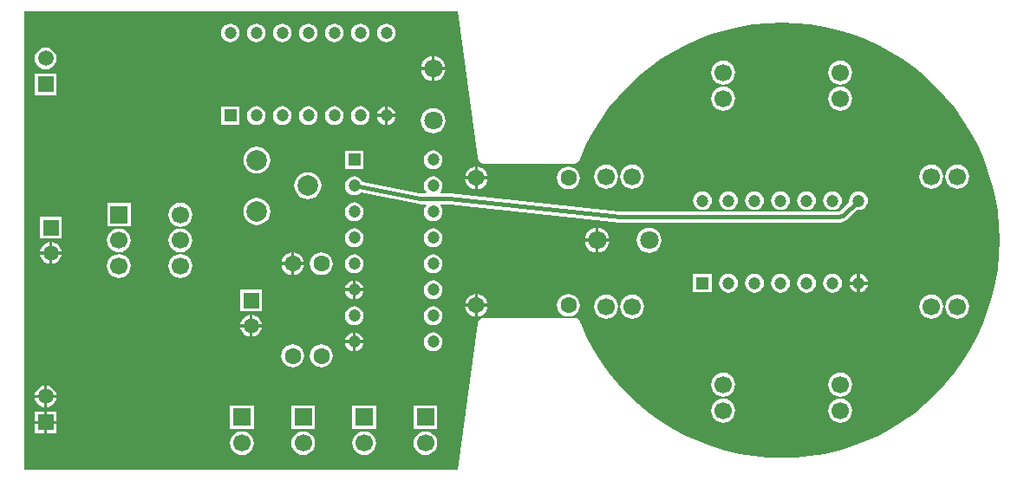
<source format=gbl>
G04*
G04 #@! TF.GenerationSoftware,Altium Limited,Altium Designer,20.2.8 (258)*
G04*
G04 Layer_Physical_Order=2*
G04 Layer_Color=16711680*
%FSLAX25Y25*%
%MOIN*%
G70*
G04*
G04 #@! TF.SameCoordinates,5E7CCD21-07A0-4AA7-BB04-5DF435F4F0B1*
G04*
G04*
G04 #@! TF.FilePolarity,Positive*
G04*
G01*
G75*
%ADD30C,0.01800*%
%ADD31C,0.04724*%
%ADD32C,0.06299*%
%ADD33C,0.06693*%
%ADD34R,0.06693X0.06693*%
%ADD35R,0.05906X0.05906*%
%ADD36C,0.05906*%
%ADD37C,0.07874*%
%ADD38R,0.04724X0.04724*%
%ADD39R,0.04724X0.04724*%
%ADD40C,0.07087*%
G36*
X176182Y121749D02*
X176229Y121615D01*
X176165Y121293D01*
X176304Y120591D01*
X176702Y119996D01*
X177298Y119598D01*
X178000Y119458D01*
X213516D01*
X214218Y119598D01*
X214814Y119996D01*
X215212Y120591D01*
X215324Y121157D01*
X215655Y122037D01*
X217916Y127027D01*
X220499Y131859D01*
X223392Y136511D01*
X226583Y140964D01*
X230058Y145199D01*
X233803Y149197D01*
X237801Y152942D01*
X242036Y156417D01*
X246489Y159608D01*
X251141Y162501D01*
X255973Y165084D01*
X260963Y167345D01*
X266090Y169274D01*
X271332Y170865D01*
X276668Y172109D01*
X282073Y173001D01*
X287525Y173538D01*
X293000Y173717D01*
X298475Y173538D01*
X303927Y173001D01*
X309332Y172109D01*
X314668Y170865D01*
X319910Y169274D01*
X325037Y167345D01*
X330027Y165084D01*
X334859Y162501D01*
X339511Y159608D01*
X343964Y156417D01*
X348199Y152942D01*
X352197Y149197D01*
X355942Y145199D01*
X359417Y140964D01*
X362608Y136511D01*
X365501Y131859D01*
X368084Y127027D01*
X370345Y122037D01*
X372274Y116910D01*
X373865Y111668D01*
X375109Y106332D01*
X376001Y100927D01*
X376538Y95475D01*
X376717Y90000D01*
X376538Y84525D01*
X376001Y79073D01*
X375109Y73668D01*
X373865Y68332D01*
X372274Y63090D01*
X370345Y57963D01*
X368084Y52973D01*
X365501Y48141D01*
X362608Y43489D01*
X359417Y39036D01*
X355942Y34801D01*
X352197Y30803D01*
X348199Y27058D01*
X343964Y23583D01*
X339511Y20392D01*
X334859Y17499D01*
X330027Y14916D01*
X325037Y12655D01*
X319910Y10726D01*
X314668Y9135D01*
X309332Y7891D01*
X303927Y6999D01*
X298475Y6462D01*
X293000Y6283D01*
X287525Y6462D01*
X282073Y6999D01*
X276668Y7891D01*
X271332Y9135D01*
X266090Y10726D01*
X260963Y12655D01*
X255973Y14916D01*
X251141Y17499D01*
X246489Y20392D01*
X242036Y23583D01*
X237801Y27058D01*
X233803Y30803D01*
X230058Y34801D01*
X226583Y39036D01*
X223392Y43489D01*
X220499Y48141D01*
X217916Y52973D01*
X215655Y57963D01*
X215505Y58361D01*
X215383Y58977D01*
X214985Y59573D01*
X214389Y59970D01*
X213687Y60110D01*
X178000D01*
X177298Y59970D01*
X176702Y59573D01*
X176304Y58977D01*
X176165Y58275D01*
X176177Y58214D01*
X168401Y1835D01*
X1835D01*
Y178165D01*
X168401D01*
X176182Y121749D01*
D02*
G37*
%LPC*%
G36*
X141000Y173331D02*
X140070Y173209D01*
X139204Y172850D01*
X138459Y172279D01*
X137888Y171535D01*
X137530Y170668D01*
X137407Y169739D01*
X137530Y168809D01*
X137888Y167942D01*
X138459Y167198D01*
X139204Y166627D01*
X140070Y166268D01*
X141000Y166146D01*
X141930Y166268D01*
X142797Y166627D01*
X143541Y167198D01*
X144112Y167942D01*
X144471Y168809D01*
X144593Y169739D01*
X144471Y170668D01*
X144112Y171535D01*
X143541Y172279D01*
X142797Y172850D01*
X141930Y173209D01*
X141000Y173331D01*
D02*
G37*
G36*
X131000D02*
X130070Y173209D01*
X129203Y172850D01*
X128459Y172279D01*
X127888Y171535D01*
X127530Y170668D01*
X127407Y169739D01*
X127530Y168809D01*
X127888Y167942D01*
X128459Y167198D01*
X129203Y166627D01*
X130070Y166268D01*
X131000Y166146D01*
X131930Y166268D01*
X132797Y166627D01*
X133541Y167198D01*
X134112Y167942D01*
X134470Y168809D01*
X134593Y169739D01*
X134470Y170668D01*
X134112Y171535D01*
X133541Y172279D01*
X132797Y172850D01*
X131930Y173209D01*
X131000Y173331D01*
D02*
G37*
G36*
X121000D02*
X120070Y173209D01*
X119203Y172850D01*
X118459Y172279D01*
X117888Y171535D01*
X117529Y170668D01*
X117407Y169739D01*
X117529Y168809D01*
X117888Y167942D01*
X118459Y167198D01*
X119203Y166627D01*
X120070Y166268D01*
X121000Y166146D01*
X121930Y166268D01*
X122796Y166627D01*
X123541Y167198D01*
X124112Y167942D01*
X124470Y168809D01*
X124593Y169739D01*
X124470Y170668D01*
X124112Y171535D01*
X123541Y172279D01*
X122796Y172850D01*
X121930Y173209D01*
X121000Y173331D01*
D02*
G37*
G36*
X111000D02*
X110070Y173209D01*
X109204Y172850D01*
X108459Y172279D01*
X107888Y171535D01*
X107529Y170668D01*
X107407Y169739D01*
X107529Y168809D01*
X107888Y167942D01*
X108459Y167198D01*
X109204Y166627D01*
X110070Y166268D01*
X111000Y166146D01*
X111930Y166268D01*
X112796Y166627D01*
X113541Y167198D01*
X114112Y167942D01*
X114471Y168809D01*
X114593Y169739D01*
X114471Y170668D01*
X114112Y171535D01*
X113541Y172279D01*
X112796Y172850D01*
X111930Y173209D01*
X111000Y173331D01*
D02*
G37*
G36*
X101000D02*
X100070Y173209D01*
X99203Y172850D01*
X98459Y172279D01*
X97888Y171535D01*
X97530Y170668D01*
X97407Y169739D01*
X97530Y168809D01*
X97888Y167942D01*
X98459Y167198D01*
X99203Y166627D01*
X100070Y166268D01*
X101000Y166146D01*
X101930Y166268D01*
X102796Y166627D01*
X103541Y167198D01*
X104112Y167942D01*
X104471Y168809D01*
X104593Y169739D01*
X104471Y170668D01*
X104112Y171535D01*
X103541Y172279D01*
X102796Y172850D01*
X101930Y173209D01*
X101000Y173331D01*
D02*
G37*
G36*
X91000D02*
X90070Y173209D01*
X89204Y172850D01*
X88459Y172279D01*
X87888Y171535D01*
X87529Y170668D01*
X87407Y169739D01*
X87529Y168809D01*
X87888Y167942D01*
X88459Y167198D01*
X89204Y166627D01*
X90070Y166268D01*
X91000Y166146D01*
X91930Y166268D01*
X92796Y166627D01*
X93541Y167198D01*
X94112Y167942D01*
X94471Y168809D01*
X94593Y169739D01*
X94471Y170668D01*
X94112Y171535D01*
X93541Y172279D01*
X92796Y172850D01*
X91930Y173209D01*
X91000Y173331D01*
D02*
G37*
G36*
X81000D02*
X80070Y173209D01*
X79203Y172850D01*
X78459Y172279D01*
X77888Y171535D01*
X77530Y170668D01*
X77407Y169739D01*
X77530Y168809D01*
X77888Y167942D01*
X78459Y167198D01*
X79203Y166627D01*
X80070Y166268D01*
X81000Y166146D01*
X81930Y166268D01*
X82797Y166627D01*
X83541Y167198D01*
X84112Y167942D01*
X84470Y168809D01*
X84593Y169739D01*
X84470Y170668D01*
X84112Y171535D01*
X83541Y172279D01*
X82797Y172850D01*
X81930Y173209D01*
X81000Y173331D01*
D02*
G37*
G36*
X159600Y160705D02*
Y156600D01*
X163705D01*
X163621Y157238D01*
X163143Y158392D01*
X162383Y159383D01*
X161392Y160143D01*
X160238Y160621D01*
X159600Y160705D01*
D02*
G37*
G36*
X158400D02*
X157762Y160621D01*
X156608Y160143D01*
X155617Y159383D01*
X154857Y158392D01*
X154379Y157238D01*
X154295Y156600D01*
X158400D01*
Y160705D01*
D02*
G37*
G36*
X9971Y164151D02*
X8887Y164008D01*
X7877Y163590D01*
X7009Y162924D01*
X6343Y162057D01*
X5925Y161046D01*
X5782Y159962D01*
X5925Y158878D01*
X6343Y157868D01*
X7009Y157000D01*
X7877Y156335D01*
X8887Y155916D01*
X9971Y155774D01*
X11055Y155916D01*
X12065Y156335D01*
X12933Y157000D01*
X13598Y157868D01*
X14017Y158878D01*
X14159Y159962D01*
X14017Y161046D01*
X13598Y162057D01*
X12933Y162924D01*
X12065Y163590D01*
X11055Y164008D01*
X9971Y164151D01*
D02*
G37*
G36*
X163705Y155400D02*
X159600D01*
Y151295D01*
X160238Y151379D01*
X161392Y151857D01*
X162383Y152617D01*
X163143Y153608D01*
X163621Y154762D01*
X163705Y155400D01*
D02*
G37*
G36*
X158400D02*
X154295D01*
X154379Y154762D01*
X154857Y153608D01*
X155617Y152617D01*
X156608Y151857D01*
X157762Y151379D01*
X158400Y151295D01*
Y155400D01*
D02*
G37*
G36*
X315500Y159086D02*
X314313Y158929D01*
X313207Y158471D01*
X312257Y157743D01*
X311529Y156793D01*
X311071Y155687D01*
X310914Y154500D01*
X311071Y153313D01*
X311529Y152207D01*
X312257Y151257D01*
X313207Y150529D01*
X314313Y150071D01*
X315500Y149914D01*
X316687Y150071D01*
X317793Y150529D01*
X318743Y151257D01*
X319471Y152207D01*
X319929Y153313D01*
X320086Y154500D01*
X319929Y155687D01*
X319471Y156793D01*
X318743Y157743D01*
X317793Y158471D01*
X316687Y158929D01*
X315500Y159086D01*
D02*
G37*
G36*
X270500D02*
X269313Y158929D01*
X268207Y158471D01*
X267257Y157743D01*
X266529Y156793D01*
X266071Y155687D01*
X265914Y154500D01*
X266071Y153313D01*
X266529Y152207D01*
X267257Y151257D01*
X268207Y150529D01*
X269313Y150071D01*
X270500Y149914D01*
X271687Y150071D01*
X272793Y150529D01*
X273743Y151257D01*
X274471Y152207D01*
X274929Y153313D01*
X275086Y154500D01*
X274929Y155687D01*
X274471Y156793D01*
X273743Y157743D01*
X272793Y158471D01*
X271687Y158929D01*
X270500Y159086D01*
D02*
G37*
G36*
X14124Y154115D02*
X5818D01*
Y145809D01*
X14124D01*
Y154115D01*
D02*
G37*
G36*
X315500Y149086D02*
X314313Y148929D01*
X313207Y148471D01*
X312257Y147743D01*
X311529Y146793D01*
X311071Y145687D01*
X310914Y144500D01*
X311071Y143313D01*
X311529Y142207D01*
X312257Y141257D01*
X313207Y140529D01*
X314313Y140071D01*
X315500Y139914D01*
X316687Y140071D01*
X317793Y140529D01*
X318743Y141257D01*
X319471Y142207D01*
X319929Y143313D01*
X320086Y144500D01*
X319929Y145687D01*
X319471Y146793D01*
X318743Y147743D01*
X317793Y148471D01*
X316687Y148929D01*
X315500Y149086D01*
D02*
G37*
G36*
X270500D02*
X269313Y148929D01*
X268207Y148471D01*
X267257Y147743D01*
X266529Y146793D01*
X266071Y145687D01*
X265914Y144500D01*
X266071Y143313D01*
X266529Y142207D01*
X267257Y141257D01*
X268207Y140529D01*
X269313Y140071D01*
X270500Y139914D01*
X271687Y140071D01*
X272793Y140529D01*
X273743Y141257D01*
X274471Y142207D01*
X274929Y143313D01*
X275086Y144500D01*
X274929Y145687D01*
X274471Y146793D01*
X273743Y147743D01*
X272793Y148471D01*
X271687Y148929D01*
X270500Y149086D01*
D02*
G37*
G36*
X141600Y141514D02*
Y138600D01*
X144514D01*
X144471Y138930D01*
X144112Y139796D01*
X143541Y140541D01*
X142797Y141112D01*
X141930Y141471D01*
X141600Y141514D01*
D02*
G37*
G36*
X140400D02*
X140070Y141471D01*
X139204Y141112D01*
X138459Y140541D01*
X137888Y139796D01*
X137530Y138930D01*
X137486Y138600D01*
X140400D01*
Y141514D01*
D02*
G37*
G36*
X144514Y137400D02*
X141600D01*
Y134486D01*
X141930Y134529D01*
X142797Y134888D01*
X143541Y135459D01*
X144112Y136204D01*
X144471Y137070D01*
X144514Y137400D01*
D02*
G37*
G36*
X140400D02*
X137486D01*
X137530Y137070D01*
X137888Y136204D01*
X138459Y135459D01*
X139204Y134888D01*
X140070Y134529D01*
X140400Y134486D01*
Y137400D01*
D02*
G37*
G36*
X84562Y141562D02*
X77438D01*
Y134438D01*
X84562D01*
Y141562D01*
D02*
G37*
G36*
X131000Y141593D02*
X130070Y141471D01*
X129203Y141112D01*
X128459Y140541D01*
X127888Y139796D01*
X127530Y138930D01*
X127407Y138000D01*
X127530Y137070D01*
X127888Y136204D01*
X128459Y135459D01*
X129203Y134888D01*
X130070Y134529D01*
X131000Y134407D01*
X131930Y134529D01*
X132797Y134888D01*
X133541Y135459D01*
X134112Y136204D01*
X134470Y137070D01*
X134593Y138000D01*
X134470Y138930D01*
X134112Y139796D01*
X133541Y140541D01*
X132797Y141112D01*
X131930Y141471D01*
X131000Y141593D01*
D02*
G37*
G36*
X121000D02*
X120070Y141471D01*
X119203Y141112D01*
X118459Y140541D01*
X117888Y139796D01*
X117529Y138930D01*
X117407Y138000D01*
X117529Y137070D01*
X117888Y136204D01*
X118459Y135459D01*
X119203Y134888D01*
X120070Y134529D01*
X121000Y134407D01*
X121930Y134529D01*
X122796Y134888D01*
X123541Y135459D01*
X124112Y136204D01*
X124470Y137070D01*
X124593Y138000D01*
X124470Y138930D01*
X124112Y139796D01*
X123541Y140541D01*
X122796Y141112D01*
X121930Y141471D01*
X121000Y141593D01*
D02*
G37*
G36*
X111000D02*
X110070Y141471D01*
X109204Y141112D01*
X108459Y140541D01*
X107888Y139796D01*
X107529Y138930D01*
X107407Y138000D01*
X107529Y137070D01*
X107888Y136204D01*
X108459Y135459D01*
X109204Y134888D01*
X110070Y134529D01*
X111000Y134407D01*
X111930Y134529D01*
X112796Y134888D01*
X113541Y135459D01*
X114112Y136204D01*
X114471Y137070D01*
X114593Y138000D01*
X114471Y138930D01*
X114112Y139796D01*
X113541Y140541D01*
X112796Y141112D01*
X111930Y141471D01*
X111000Y141593D01*
D02*
G37*
G36*
X101000D02*
X100070Y141471D01*
X99203Y141112D01*
X98459Y140541D01*
X97888Y139796D01*
X97530Y138930D01*
X97407Y138000D01*
X97530Y137070D01*
X97888Y136204D01*
X98459Y135459D01*
X99203Y134888D01*
X100070Y134529D01*
X101000Y134407D01*
X101930Y134529D01*
X102796Y134888D01*
X103541Y135459D01*
X104112Y136204D01*
X104471Y137070D01*
X104593Y138000D01*
X104471Y138930D01*
X104112Y139796D01*
X103541Y140541D01*
X102796Y141112D01*
X101930Y141471D01*
X101000Y141593D01*
D02*
G37*
G36*
X91000D02*
X90070Y141471D01*
X89204Y141112D01*
X88459Y140541D01*
X87888Y139796D01*
X87529Y138930D01*
X87407Y138000D01*
X87529Y137070D01*
X87888Y136204D01*
X88459Y135459D01*
X89204Y134888D01*
X90070Y134529D01*
X91000Y134407D01*
X91930Y134529D01*
X92796Y134888D01*
X93541Y135459D01*
X94112Y136204D01*
X94471Y137070D01*
X94593Y138000D01*
X94471Y138930D01*
X94112Y139796D01*
X93541Y140541D01*
X92796Y141112D01*
X91930Y141471D01*
X91000Y141593D01*
D02*
G37*
G36*
X159000Y140784D02*
X157762Y140621D01*
X156608Y140143D01*
X155617Y139383D01*
X154857Y138392D01*
X154379Y137238D01*
X154216Y136000D01*
X154379Y134762D01*
X154857Y133608D01*
X155617Y132617D01*
X156608Y131857D01*
X157762Y131379D01*
X159000Y131216D01*
X160238Y131379D01*
X161392Y131857D01*
X162383Y132617D01*
X163143Y133608D01*
X163621Y134762D01*
X163784Y136000D01*
X163621Y137238D01*
X163143Y138392D01*
X162383Y139383D01*
X161392Y140143D01*
X160238Y140621D01*
X159000Y140784D01*
D02*
G37*
G36*
X132192Y124562D02*
X125068D01*
Y117438D01*
X132192D01*
Y124562D01*
D02*
G37*
G36*
X159000Y124593D02*
X158070Y124470D01*
X157203Y124112D01*
X156459Y123541D01*
X155888Y122796D01*
X155529Y121930D01*
X155407Y121000D01*
X155529Y120070D01*
X155888Y119203D01*
X156459Y118459D01*
X157203Y117888D01*
X158070Y117529D01*
X159000Y117407D01*
X159930Y117529D01*
X160796Y117888D01*
X161541Y118459D01*
X162112Y119203D01*
X162470Y120070D01*
X162593Y121000D01*
X162470Y121930D01*
X162112Y122796D01*
X161541Y123541D01*
X160796Y124112D01*
X159930Y124470D01*
X159000Y124593D01*
D02*
G37*
G36*
X91200Y126081D02*
X89859Y125905D01*
X88609Y125387D01*
X87536Y124564D01*
X86713Y123491D01*
X86195Y122241D01*
X86019Y120900D01*
X86195Y119559D01*
X86713Y118309D01*
X87536Y117236D01*
X88609Y116413D01*
X89859Y115895D01*
X91200Y115719D01*
X92541Y115895D01*
X93791Y116413D01*
X94864Y117236D01*
X95687Y118309D01*
X96205Y119559D01*
X96381Y120900D01*
X96205Y122241D01*
X95687Y123491D01*
X94864Y124564D01*
X93791Y125387D01*
X92541Y125905D01*
X91200Y126081D01*
D02*
G37*
G36*
X176167Y118308D02*
Y114600D01*
X179875D01*
X179805Y115136D01*
X179366Y116194D01*
X178669Y117102D01*
X177761Y117799D01*
X176702Y118238D01*
X176167Y118308D01*
D02*
G37*
G36*
X174967D02*
X174431Y118238D01*
X173373Y117799D01*
X172465Y117102D01*
X171768Y116194D01*
X171329Y115136D01*
X171259Y114600D01*
X174967D01*
Y118308D01*
D02*
G37*
G36*
X360500Y119086D02*
X359313Y118929D01*
X358207Y118471D01*
X357257Y117743D01*
X356529Y116793D01*
X356071Y115687D01*
X355914Y114500D01*
X356071Y113313D01*
X356529Y112207D01*
X357257Y111257D01*
X358207Y110529D01*
X359313Y110071D01*
X360500Y109914D01*
X361687Y110071D01*
X362793Y110529D01*
X363743Y111257D01*
X364471Y112207D01*
X364929Y113313D01*
X365086Y114500D01*
X364929Y115687D01*
X364471Y116793D01*
X363743Y117743D01*
X362793Y118471D01*
X361687Y118929D01*
X360500Y119086D01*
D02*
G37*
G36*
X350500D02*
X349313Y118929D01*
X348207Y118471D01*
X347257Y117743D01*
X346529Y116793D01*
X346071Y115687D01*
X345914Y114500D01*
X346071Y113313D01*
X346529Y112207D01*
X347257Y111257D01*
X348207Y110529D01*
X349313Y110071D01*
X350500Y109914D01*
X351687Y110071D01*
X352793Y110529D01*
X353743Y111257D01*
X354471Y112207D01*
X354929Y113313D01*
X355086Y114500D01*
X354929Y115687D01*
X354471Y116793D01*
X353743Y117743D01*
X352793Y118471D01*
X351687Y118929D01*
X350500Y119086D01*
D02*
G37*
G36*
X235500D02*
X234313Y118929D01*
X233207Y118471D01*
X232257Y117743D01*
X231529Y116793D01*
X231071Y115687D01*
X230914Y114500D01*
X231071Y113313D01*
X231529Y112207D01*
X232257Y111257D01*
X233207Y110529D01*
X234313Y110071D01*
X235500Y109914D01*
X236687Y110071D01*
X237793Y110529D01*
X238743Y111257D01*
X239471Y112207D01*
X239929Y113313D01*
X240086Y114500D01*
X239929Y115687D01*
X239471Y116793D01*
X238743Y117743D01*
X237793Y118471D01*
X236687Y118929D01*
X235500Y119086D01*
D02*
G37*
G36*
X225500D02*
X224313Y118929D01*
X223207Y118471D01*
X222257Y117743D01*
X221529Y116793D01*
X221071Y115687D01*
X220914Y114500D01*
X221071Y113313D01*
X221529Y112207D01*
X222257Y111257D01*
X223207Y110529D01*
X224313Y110071D01*
X225500Y109914D01*
X226687Y110071D01*
X227793Y110529D01*
X228743Y111257D01*
X229471Y112207D01*
X229929Y113313D01*
X230086Y114500D01*
X229929Y115687D01*
X229471Y116793D01*
X228743Y117743D01*
X227793Y118471D01*
X226687Y118929D01*
X225500Y119086D01*
D02*
G37*
G36*
X179875Y113400D02*
X176167D01*
Y109692D01*
X176702Y109762D01*
X177761Y110201D01*
X178669Y110898D01*
X179366Y111806D01*
X179805Y112864D01*
X179875Y113400D01*
D02*
G37*
G36*
X174967D02*
X171259D01*
X171329Y112864D01*
X171768Y111806D01*
X172465Y110898D01*
X173373Y110201D01*
X174431Y109762D01*
X174967Y109692D01*
Y113400D01*
D02*
G37*
G36*
X211000Y118387D02*
X209864Y118238D01*
X208806Y117799D01*
X207898Y117102D01*
X207201Y116194D01*
X206762Y115136D01*
X206613Y114000D01*
X206762Y112864D01*
X207201Y111806D01*
X207898Y110898D01*
X208806Y110201D01*
X209864Y109762D01*
X211000Y109613D01*
X212136Y109762D01*
X213194Y110201D01*
X214102Y110898D01*
X214799Y111806D01*
X215238Y112864D01*
X215387Y114000D01*
X215238Y115136D01*
X214799Y116194D01*
X214102Y117102D01*
X213194Y117799D01*
X212136Y118238D01*
X211000Y118387D01*
D02*
G37*
G36*
X159000Y114593D02*
X158070Y114471D01*
X157203Y114112D01*
X156459Y113541D01*
X155888Y112796D01*
X155529Y111930D01*
X155407Y111000D01*
X155529Y110070D01*
X155888Y109204D01*
X156320Y108641D01*
X156087Y108141D01*
X154718D01*
X154244Y108150D01*
X154176Y108179D01*
X153701Y108241D01*
X131844Y112549D01*
X131741Y112796D01*
X131170Y113541D01*
X130426Y114112D01*
X129560Y114471D01*
X128630Y114593D01*
X127700Y114471D01*
X126833Y114112D01*
X126089Y113541D01*
X125518Y112796D01*
X125159Y111930D01*
X125037Y111000D01*
X125159Y110070D01*
X125518Y109204D01*
X126089Y108459D01*
X126833Y107888D01*
X127700Y107529D01*
X128630Y107407D01*
X129560Y107529D01*
X130426Y107888D01*
X131023Y108346D01*
X153414Y103933D01*
X153664Y103934D01*
X154064Y103881D01*
X154176Y103859D01*
X156087D01*
X156320Y103359D01*
X155888Y102796D01*
X155529Y101930D01*
X155407Y101000D01*
X155529Y100070D01*
X155888Y99203D01*
X156459Y98459D01*
X157203Y97888D01*
X158070Y97530D01*
X159000Y97407D01*
X159930Y97530D01*
X160796Y97888D01*
X161541Y98459D01*
X162112Y99203D01*
X162470Y100070D01*
X162593Y101000D01*
X162470Y101930D01*
X162112Y102796D01*
X161680Y103359D01*
X161913Y103859D01*
X164378D01*
X164866Y103837D01*
X164905Y103821D01*
X165398Y103805D01*
X230679Y96881D01*
X230860Y96897D01*
X230984Y96881D01*
X231095Y96859D01*
X315276D01*
X315387Y96881D01*
X316294Y97000D01*
X317243Y97393D01*
X317837Y97849D01*
X318005Y97957D01*
X321927Y101721D01*
X322500Y101646D01*
X323430Y101768D01*
X324296Y102127D01*
X325041Y102698D01*
X325612Y103442D01*
X325971Y104309D01*
X326093Y105239D01*
X325971Y106168D01*
X325612Y107035D01*
X325041Y107779D01*
X324296Y108350D01*
X323430Y108709D01*
X322500Y108832D01*
X321570Y108709D01*
X320704Y108350D01*
X319959Y107779D01*
X319388Y107035D01*
X319029Y106168D01*
X318907Y105239D01*
X318963Y104812D01*
X315139Y101141D01*
X231622D01*
X231133Y101163D01*
X231095Y101179D01*
X230602Y101195D01*
X165323Y108119D01*
X165142Y108103D01*
X165016Y108119D01*
X164905Y108141D01*
X161913D01*
X161680Y108641D01*
X162112Y109204D01*
X162470Y110070D01*
X162593Y111000D01*
X162470Y111930D01*
X162112Y112796D01*
X161541Y113541D01*
X160796Y114112D01*
X159930Y114471D01*
X159000Y114593D01*
D02*
G37*
G36*
X110800Y116181D02*
X109459Y116005D01*
X108209Y115487D01*
X107136Y114664D01*
X106313Y113591D01*
X105795Y112341D01*
X105619Y111000D01*
X105795Y109659D01*
X106313Y108409D01*
X107136Y107336D01*
X108209Y106513D01*
X109459Y105995D01*
X110800Y105819D01*
X112141Y105995D01*
X113391Y106513D01*
X114464Y107336D01*
X115287Y108409D01*
X115805Y109659D01*
X115981Y111000D01*
X115805Y112341D01*
X115287Y113591D01*
X114464Y114664D01*
X113391Y115487D01*
X112141Y116005D01*
X110800Y116181D01*
D02*
G37*
G36*
X312500Y108832D02*
X311570Y108709D01*
X310703Y108350D01*
X309959Y107779D01*
X309388Y107035D01*
X309030Y106168D01*
X308907Y105239D01*
X309030Y104309D01*
X309388Y103442D01*
X309959Y102698D01*
X310703Y102127D01*
X311570Y101768D01*
X312500Y101646D01*
X313430Y101768D01*
X314297Y102127D01*
X315041Y102698D01*
X315612Y103442D01*
X315970Y104309D01*
X316093Y105239D01*
X315970Y106168D01*
X315612Y107035D01*
X315041Y107779D01*
X314297Y108350D01*
X313430Y108709D01*
X312500Y108832D01*
D02*
G37*
G36*
X302500D02*
X301570Y108709D01*
X300704Y108350D01*
X299959Y107779D01*
X299388Y107035D01*
X299029Y106168D01*
X298907Y105239D01*
X299029Y104309D01*
X299388Y103442D01*
X299959Y102698D01*
X300704Y102127D01*
X301570Y101768D01*
X302500Y101646D01*
X303430Y101768D01*
X304296Y102127D01*
X305041Y102698D01*
X305612Y103442D01*
X305971Y104309D01*
X306093Y105239D01*
X305971Y106168D01*
X305612Y107035D01*
X305041Y107779D01*
X304296Y108350D01*
X303430Y108709D01*
X302500Y108832D01*
D02*
G37*
G36*
X292500D02*
X291570Y108709D01*
X290704Y108350D01*
X289959Y107779D01*
X289388Y107035D01*
X289030Y106168D01*
X288907Y105239D01*
X289030Y104309D01*
X289388Y103442D01*
X289959Y102698D01*
X290704Y102127D01*
X291570Y101768D01*
X292500Y101646D01*
X293430Y101768D01*
X294297Y102127D01*
X295041Y102698D01*
X295612Y103442D01*
X295971Y104309D01*
X296093Y105239D01*
X295971Y106168D01*
X295612Y107035D01*
X295041Y107779D01*
X294297Y108350D01*
X293430Y108709D01*
X292500Y108832D01*
D02*
G37*
G36*
X282500D02*
X281570Y108709D01*
X280703Y108350D01*
X279959Y107779D01*
X279388Y107035D01*
X279029Y106168D01*
X278907Y105239D01*
X279029Y104309D01*
X279388Y103442D01*
X279959Y102698D01*
X280703Y102127D01*
X281570Y101768D01*
X282500Y101646D01*
X283430Y101768D01*
X284296Y102127D01*
X285041Y102698D01*
X285612Y103442D01*
X285970Y104309D01*
X286093Y105239D01*
X285970Y106168D01*
X285612Y107035D01*
X285041Y107779D01*
X284296Y108350D01*
X283430Y108709D01*
X282500Y108832D01*
D02*
G37*
G36*
X272500D02*
X271570Y108709D01*
X270704Y108350D01*
X269959Y107779D01*
X269388Y107035D01*
X269029Y106168D01*
X268907Y105239D01*
X269029Y104309D01*
X269388Y103442D01*
X269959Y102698D01*
X270704Y102127D01*
X271570Y101768D01*
X272500Y101646D01*
X273430Y101768D01*
X274296Y102127D01*
X275041Y102698D01*
X275612Y103442D01*
X275971Y104309D01*
X276093Y105239D01*
X275971Y106168D01*
X275612Y107035D01*
X275041Y107779D01*
X274296Y108350D01*
X273430Y108709D01*
X272500Y108832D01*
D02*
G37*
G36*
X262500D02*
X261570Y108709D01*
X260703Y108350D01*
X259959Y107779D01*
X259388Y107035D01*
X259030Y106168D01*
X258907Y105239D01*
X259030Y104309D01*
X259388Y103442D01*
X259959Y102698D01*
X260703Y102127D01*
X261570Y101768D01*
X262500Y101646D01*
X263430Y101768D01*
X264297Y102127D01*
X265041Y102698D01*
X265612Y103442D01*
X265970Y104309D01*
X266093Y105239D01*
X265970Y106168D01*
X265612Y107035D01*
X265041Y107779D01*
X264297Y108350D01*
X263430Y108709D01*
X262500Y108832D01*
D02*
G37*
G36*
X128630Y104593D02*
X127700Y104471D01*
X126833Y104112D01*
X126089Y103541D01*
X125518Y102796D01*
X125159Y101930D01*
X125037Y101000D01*
X125159Y100070D01*
X125518Y99203D01*
X126089Y98459D01*
X126833Y97888D01*
X127700Y97530D01*
X128630Y97407D01*
X129560Y97530D01*
X130426Y97888D01*
X131170Y98459D01*
X131741Y99203D01*
X132100Y100070D01*
X132223Y101000D01*
X132100Y101930D01*
X131741Y102796D01*
X131170Y103541D01*
X130426Y104112D01*
X129560Y104471D01*
X128630Y104593D01*
D02*
G37*
G36*
X91200Y106281D02*
X89859Y106105D01*
X88609Y105587D01*
X87536Y104764D01*
X86713Y103691D01*
X86195Y102441D01*
X86019Y101100D01*
X86195Y99759D01*
X86713Y98509D01*
X87536Y97436D01*
X88609Y96613D01*
X89859Y96095D01*
X91200Y95919D01*
X92541Y96095D01*
X93791Y96613D01*
X94864Y97436D01*
X95687Y98509D01*
X96205Y99759D01*
X96381Y101100D01*
X96205Y102441D01*
X95687Y103691D01*
X94864Y104764D01*
X93791Y105587D01*
X92541Y106105D01*
X91200Y106281D01*
D02*
G37*
G36*
X42735Y104389D02*
X33643D01*
Y95296D01*
X42735D01*
Y104389D01*
D02*
G37*
G36*
X61811Y104428D02*
X60624Y104272D01*
X59518Y103814D01*
X58568Y103085D01*
X57840Y102135D01*
X57382Y101029D01*
X57225Y99843D01*
X57382Y98656D01*
X57840Y97550D01*
X58568Y96600D01*
X59518Y95871D01*
X60624Y95413D01*
X61811Y95257D01*
X62998Y95413D01*
X64104Y95871D01*
X65054Y96600D01*
X65782Y97550D01*
X66240Y98656D01*
X66397Y99843D01*
X66240Y101029D01*
X65782Y102135D01*
X65054Y103085D01*
X64104Y103814D01*
X62998Y104272D01*
X61811Y104428D01*
D02*
G37*
G36*
X16153Y99000D02*
X7847D01*
Y90694D01*
X16153D01*
Y99000D01*
D02*
G37*
G36*
X222600Y94705D02*
Y90600D01*
X226705D01*
X226621Y91238D01*
X226143Y92392D01*
X225383Y93383D01*
X224392Y94143D01*
X223238Y94621D01*
X222600Y94705D01*
D02*
G37*
G36*
X221400D02*
X220762Y94621D01*
X219608Y94143D01*
X218617Y93383D01*
X217857Y92392D01*
X217379Y91238D01*
X217295Y90600D01*
X221400D01*
Y94705D01*
D02*
G37*
G36*
X159000Y94593D02*
X158070Y94471D01*
X157203Y94112D01*
X156459Y93541D01*
X155888Y92796D01*
X155529Y91930D01*
X155407Y91000D01*
X155529Y90070D01*
X155888Y89204D01*
X156459Y88459D01*
X157203Y87888D01*
X158070Y87529D01*
X159000Y87407D01*
X159930Y87529D01*
X160796Y87888D01*
X161541Y88459D01*
X162112Y89204D01*
X162470Y90070D01*
X162593Y91000D01*
X162470Y91930D01*
X162112Y92796D01*
X161541Y93541D01*
X160796Y94112D01*
X159930Y94471D01*
X159000Y94593D01*
D02*
G37*
G36*
X128630D02*
X127700Y94471D01*
X126833Y94112D01*
X126089Y93541D01*
X125518Y92796D01*
X125159Y91930D01*
X125037Y91000D01*
X125159Y90070D01*
X125518Y89204D01*
X126089Y88459D01*
X126833Y87888D01*
X127700Y87529D01*
X128630Y87407D01*
X129560Y87529D01*
X130426Y87888D01*
X131170Y88459D01*
X131741Y89204D01*
X132100Y90070D01*
X132223Y91000D01*
X132100Y91930D01*
X131741Y92796D01*
X131170Y93541D01*
X130426Y94112D01*
X129560Y94471D01*
X128630Y94593D01*
D02*
G37*
G36*
X12600Y89263D02*
Y85753D01*
X16110D01*
X16046Y86237D01*
X15627Y87247D01*
X14962Y88115D01*
X14094Y88781D01*
X13084Y89199D01*
X12600Y89263D01*
D02*
G37*
G36*
X11400D02*
X10916Y89199D01*
X9906Y88781D01*
X9038Y88115D01*
X8373Y87247D01*
X7954Y86237D01*
X7890Y85753D01*
X11400D01*
Y89263D01*
D02*
G37*
G36*
X61811Y94586D02*
X60624Y94429D01*
X59518Y93971D01*
X58568Y93243D01*
X57840Y92293D01*
X57382Y91187D01*
X57225Y90000D01*
X57382Y88813D01*
X57840Y87707D01*
X58568Y86757D01*
X59518Y86029D01*
X60624Y85571D01*
X61811Y85414D01*
X62998Y85571D01*
X64104Y86029D01*
X65054Y86757D01*
X65782Y87707D01*
X66240Y88813D01*
X66397Y90000D01*
X66240Y91187D01*
X65782Y92293D01*
X65054Y93243D01*
X64104Y93971D01*
X62998Y94429D01*
X61811Y94586D01*
D02*
G37*
G36*
X38189D02*
X37002Y94429D01*
X35896Y93971D01*
X34946Y93243D01*
X34218Y92293D01*
X33760Y91187D01*
X33603Y90000D01*
X33760Y88813D01*
X34218Y87707D01*
X34946Y86757D01*
X35896Y86029D01*
X37002Y85571D01*
X38189Y85414D01*
X39376Y85571D01*
X40482Y86029D01*
X41431Y86757D01*
X42160Y87707D01*
X42618Y88813D01*
X42775Y90000D01*
X42618Y91187D01*
X42160Y92293D01*
X41431Y93243D01*
X40482Y93971D01*
X39376Y94429D01*
X38189Y94586D01*
D02*
G37*
G36*
X226705Y89400D02*
X222600D01*
Y85295D01*
X223238Y85379D01*
X224392Y85857D01*
X225383Y86617D01*
X226143Y87608D01*
X226621Y88762D01*
X226705Y89400D01*
D02*
G37*
G36*
X221400D02*
X217295D01*
X217379Y88762D01*
X217857Y87608D01*
X218617Y86617D01*
X219608Y85857D01*
X220762Y85379D01*
X221400Y85295D01*
Y89400D01*
D02*
G37*
G36*
X242000Y94784D02*
X240762Y94621D01*
X239608Y94143D01*
X238617Y93383D01*
X237857Y92392D01*
X237379Y91238D01*
X237216Y90000D01*
X237379Y88762D01*
X237857Y87608D01*
X238617Y86617D01*
X239608Y85857D01*
X240762Y85379D01*
X242000Y85216D01*
X243238Y85379D01*
X244392Y85857D01*
X245383Y86617D01*
X246143Y87608D01*
X246621Y88762D01*
X246784Y90000D01*
X246621Y91238D01*
X246143Y92392D01*
X245383Y93383D01*
X244392Y94143D01*
X243238Y94621D01*
X242000Y94784D01*
D02*
G37*
G36*
X105600Y85308D02*
Y81600D01*
X109308D01*
X109238Y82135D01*
X108799Y83194D01*
X108102Y84102D01*
X107194Y84799D01*
X106135Y85238D01*
X105600Y85308D01*
D02*
G37*
G36*
X104400D02*
X103865Y85238D01*
X102806Y84799D01*
X101898Y84102D01*
X101201Y83194D01*
X100762Y82135D01*
X100692Y81600D01*
X104400D01*
Y85308D01*
D02*
G37*
G36*
X11400Y84553D02*
X7890D01*
X7954Y84069D01*
X8373Y83059D01*
X9038Y82191D01*
X9906Y81526D01*
X10916Y81107D01*
X11400Y81044D01*
Y84553D01*
D02*
G37*
G36*
X16110D02*
X12600D01*
Y81044D01*
X13084Y81107D01*
X14094Y81526D01*
X14962Y82191D01*
X15627Y83059D01*
X16046Y84069D01*
X16110Y84553D01*
D02*
G37*
G36*
X159000Y84593D02*
X158070Y84470D01*
X157203Y84112D01*
X156459Y83541D01*
X155888Y82797D01*
X155529Y81930D01*
X155407Y81000D01*
X155529Y80070D01*
X155888Y79203D01*
X156459Y78459D01*
X157203Y77888D01*
X158070Y77530D01*
X159000Y77407D01*
X159930Y77530D01*
X160796Y77888D01*
X161541Y78459D01*
X162112Y79203D01*
X162470Y80070D01*
X162593Y81000D01*
X162470Y81930D01*
X162112Y82797D01*
X161541Y83541D01*
X160796Y84112D01*
X159930Y84470D01*
X159000Y84593D01*
D02*
G37*
G36*
X128630D02*
X127700Y84470D01*
X126833Y84112D01*
X126089Y83541D01*
X125518Y82797D01*
X125159Y81930D01*
X125037Y81000D01*
X125159Y80070D01*
X125518Y79203D01*
X126089Y78459D01*
X126833Y77888D01*
X127700Y77530D01*
X128630Y77407D01*
X129560Y77530D01*
X130426Y77888D01*
X131170Y78459D01*
X131741Y79203D01*
X132100Y80070D01*
X132223Y81000D01*
X132100Y81930D01*
X131741Y82797D01*
X131170Y83541D01*
X130426Y84112D01*
X129560Y84470D01*
X128630Y84593D01*
D02*
G37*
G36*
X109308Y80400D02*
X105600D01*
Y76692D01*
X106135Y76762D01*
X107194Y77201D01*
X108102Y77898D01*
X108799Y78806D01*
X109238Y79865D01*
X109308Y80400D01*
D02*
G37*
G36*
X104400D02*
X100692D01*
X100762Y79865D01*
X101201Y78806D01*
X101898Y77898D01*
X102806Y77201D01*
X103865Y76762D01*
X104400Y76692D01*
Y80400D01*
D02*
G37*
G36*
X116000Y85387D02*
X114865Y85238D01*
X113806Y84799D01*
X112898Y84102D01*
X112201Y83194D01*
X111762Y82135D01*
X111613Y81000D01*
X111762Y79865D01*
X112201Y78806D01*
X112898Y77898D01*
X113806Y77201D01*
X114865Y76762D01*
X116000Y76613D01*
X117136Y76762D01*
X118194Y77201D01*
X119102Y77898D01*
X119799Y78806D01*
X120238Y79865D01*
X120387Y81000D01*
X120238Y82135D01*
X119799Y83194D01*
X119102Y84102D01*
X118194Y84799D01*
X117136Y85238D01*
X116000Y85387D01*
D02*
G37*
G36*
X61811Y84743D02*
X60624Y84587D01*
X59518Y84129D01*
X58568Y83400D01*
X57840Y82450D01*
X57382Y81344D01*
X57225Y80158D01*
X57382Y78971D01*
X57840Y77865D01*
X58568Y76915D01*
X59518Y76186D01*
X60624Y75728D01*
X61811Y75572D01*
X62998Y75728D01*
X64104Y76186D01*
X65054Y76915D01*
X65782Y77865D01*
X66240Y78971D01*
X66397Y80158D01*
X66240Y81344D01*
X65782Y82450D01*
X65054Y83400D01*
X64104Y84129D01*
X62998Y84587D01*
X61811Y84743D01*
D02*
G37*
G36*
X38189D02*
X37002Y84587D01*
X35896Y84129D01*
X34946Y83400D01*
X34218Y82450D01*
X33760Y81344D01*
X33603Y80158D01*
X33760Y78971D01*
X34218Y77865D01*
X34946Y76915D01*
X35896Y76186D01*
X37002Y75728D01*
X38189Y75572D01*
X39376Y75728D01*
X40482Y76186D01*
X41431Y76915D01*
X42160Y77865D01*
X42618Y78971D01*
X42775Y80158D01*
X42618Y81344D01*
X42160Y82450D01*
X41431Y83400D01*
X40482Y84129D01*
X39376Y84587D01*
X38189Y84743D01*
D02*
G37*
G36*
X323100Y77014D02*
Y74100D01*
X326014D01*
X325971Y74430D01*
X325612Y75296D01*
X325041Y76041D01*
X324296Y76612D01*
X323430Y76970D01*
X323100Y77014D01*
D02*
G37*
G36*
X321900D02*
X321570Y76970D01*
X320704Y76612D01*
X319959Y76041D01*
X319388Y75296D01*
X319029Y74430D01*
X318986Y74100D01*
X321900D01*
Y77014D01*
D02*
G37*
G36*
X129230Y74514D02*
Y71600D01*
X132144D01*
X132100Y71930D01*
X131741Y72796D01*
X131170Y73541D01*
X130426Y74112D01*
X129560Y74471D01*
X129230Y74514D01*
D02*
G37*
G36*
X128030D02*
X127700Y74471D01*
X126833Y74112D01*
X126089Y73541D01*
X125518Y72796D01*
X125159Y71930D01*
X125116Y71600D01*
X128030D01*
Y74514D01*
D02*
G37*
G36*
X326014Y72900D02*
X323100D01*
Y69986D01*
X323430Y70029D01*
X324296Y70388D01*
X325041Y70959D01*
X325612Y71703D01*
X325971Y72570D01*
X326014Y72900D01*
D02*
G37*
G36*
X321900D02*
X318986D01*
X319029Y72570D01*
X319388Y71703D01*
X319959Y70959D01*
X320704Y70388D01*
X321570Y70029D01*
X321900Y69986D01*
Y72900D01*
D02*
G37*
G36*
X266062Y77062D02*
X258938D01*
Y69938D01*
X266062D01*
Y77062D01*
D02*
G37*
G36*
X312500Y77093D02*
X311570Y76970D01*
X310703Y76612D01*
X309959Y76041D01*
X309388Y75296D01*
X309030Y74430D01*
X308907Y73500D01*
X309030Y72570D01*
X309388Y71703D01*
X309959Y70959D01*
X310703Y70388D01*
X311570Y70029D01*
X312500Y69907D01*
X313430Y70029D01*
X314297Y70388D01*
X315041Y70959D01*
X315612Y71703D01*
X315970Y72570D01*
X316093Y73500D01*
X315970Y74430D01*
X315612Y75296D01*
X315041Y76041D01*
X314297Y76612D01*
X313430Y76970D01*
X312500Y77093D01*
D02*
G37*
G36*
X302500D02*
X301570Y76970D01*
X300704Y76612D01*
X299959Y76041D01*
X299388Y75296D01*
X299029Y74430D01*
X298907Y73500D01*
X299029Y72570D01*
X299388Y71703D01*
X299959Y70959D01*
X300704Y70388D01*
X301570Y70029D01*
X302500Y69907D01*
X303430Y70029D01*
X304296Y70388D01*
X305041Y70959D01*
X305612Y71703D01*
X305971Y72570D01*
X306093Y73500D01*
X305971Y74430D01*
X305612Y75296D01*
X305041Y76041D01*
X304296Y76612D01*
X303430Y76970D01*
X302500Y77093D01*
D02*
G37*
G36*
X292500D02*
X291570Y76970D01*
X290704Y76612D01*
X289959Y76041D01*
X289388Y75296D01*
X289030Y74430D01*
X288907Y73500D01*
X289030Y72570D01*
X289388Y71703D01*
X289959Y70959D01*
X290704Y70388D01*
X291570Y70029D01*
X292500Y69907D01*
X293430Y70029D01*
X294297Y70388D01*
X295041Y70959D01*
X295612Y71703D01*
X295971Y72570D01*
X296093Y73500D01*
X295971Y74430D01*
X295612Y75296D01*
X295041Y76041D01*
X294297Y76612D01*
X293430Y76970D01*
X292500Y77093D01*
D02*
G37*
G36*
X282500D02*
X281570Y76970D01*
X280703Y76612D01*
X279959Y76041D01*
X279388Y75296D01*
X279029Y74430D01*
X278907Y73500D01*
X279029Y72570D01*
X279388Y71703D01*
X279959Y70959D01*
X280703Y70388D01*
X281570Y70029D01*
X282500Y69907D01*
X283430Y70029D01*
X284296Y70388D01*
X285041Y70959D01*
X285612Y71703D01*
X285970Y72570D01*
X286093Y73500D01*
X285970Y74430D01*
X285612Y75296D01*
X285041Y76041D01*
X284296Y76612D01*
X283430Y76970D01*
X282500Y77093D01*
D02*
G37*
G36*
X272500D02*
X271570Y76970D01*
X270704Y76612D01*
X269959Y76041D01*
X269388Y75296D01*
X269029Y74430D01*
X268907Y73500D01*
X269029Y72570D01*
X269388Y71703D01*
X269959Y70959D01*
X270704Y70388D01*
X271570Y70029D01*
X272500Y69907D01*
X273430Y70029D01*
X274296Y70388D01*
X275041Y70959D01*
X275612Y71703D01*
X275971Y72570D01*
X276093Y73500D01*
X275971Y74430D01*
X275612Y75296D01*
X275041Y76041D01*
X274296Y76612D01*
X273430Y76970D01*
X272500Y77093D01*
D02*
G37*
G36*
X132144Y70400D02*
X129230D01*
Y67486D01*
X129560Y67529D01*
X130426Y67888D01*
X131170Y68459D01*
X131741Y69204D01*
X132100Y70070D01*
X132144Y70400D01*
D02*
G37*
G36*
X128030D02*
X125116D01*
X125159Y70070D01*
X125518Y69204D01*
X126089Y68459D01*
X126833Y67888D01*
X127700Y67529D01*
X128030Y67486D01*
Y70400D01*
D02*
G37*
G36*
X159000Y74593D02*
X158070Y74471D01*
X157203Y74112D01*
X156459Y73541D01*
X155888Y72796D01*
X155529Y71930D01*
X155407Y71000D01*
X155529Y70070D01*
X155888Y69204D01*
X156459Y68459D01*
X157203Y67888D01*
X158070Y67529D01*
X159000Y67407D01*
X159930Y67529D01*
X160796Y67888D01*
X161541Y68459D01*
X162112Y69204D01*
X162470Y70070D01*
X162593Y71000D01*
X162470Y71930D01*
X162112Y72796D01*
X161541Y73541D01*
X160796Y74112D01*
X159930Y74471D01*
X159000Y74593D01*
D02*
G37*
G36*
X176167Y69308D02*
Y65600D01*
X179875D01*
X179805Y66136D01*
X179366Y67194D01*
X178669Y68102D01*
X177761Y68799D01*
X176702Y69238D01*
X176167Y69308D01*
D02*
G37*
G36*
X174967D02*
X174431Y69238D01*
X173373Y68799D01*
X172465Y68102D01*
X171768Y67194D01*
X171329Y66136D01*
X171259Y65600D01*
X174967D01*
Y69308D01*
D02*
G37*
G36*
X93153Y71000D02*
X84847D01*
Y62694D01*
X93153D01*
Y71000D01*
D02*
G37*
G36*
X179875Y64400D02*
X176167D01*
Y60692D01*
X176702Y60762D01*
X177761Y61201D01*
X178669Y61898D01*
X179366Y62806D01*
X179805Y63864D01*
X179875Y64400D01*
D02*
G37*
G36*
X174967D02*
X171259D01*
X171329Y63864D01*
X171768Y62806D01*
X172465Y61898D01*
X173373Y61201D01*
X174431Y60762D01*
X174967Y60692D01*
Y64400D01*
D02*
G37*
G36*
X211000Y69387D02*
X209864Y69238D01*
X208806Y68799D01*
X207898Y68102D01*
X207201Y67194D01*
X206762Y66136D01*
X206613Y65000D01*
X206762Y63864D01*
X207201Y62806D01*
X207898Y61898D01*
X208806Y61201D01*
X209864Y60762D01*
X211000Y60613D01*
X212136Y60762D01*
X213194Y61201D01*
X214102Y61898D01*
X214799Y62806D01*
X215238Y63864D01*
X215387Y65000D01*
X215238Y66136D01*
X214799Y67194D01*
X214102Y68102D01*
X213194Y68799D01*
X212136Y69238D01*
X211000Y69387D01*
D02*
G37*
G36*
X360500Y69086D02*
X359313Y68929D01*
X358207Y68471D01*
X357257Y67743D01*
X356529Y66793D01*
X356071Y65687D01*
X355914Y64500D01*
X356071Y63313D01*
X356529Y62207D01*
X357257Y61257D01*
X358207Y60529D01*
X359313Y60071D01*
X360500Y59914D01*
X361687Y60071D01*
X362793Y60529D01*
X363743Y61257D01*
X364471Y62207D01*
X364929Y63313D01*
X365086Y64500D01*
X364929Y65687D01*
X364471Y66793D01*
X363743Y67743D01*
X362793Y68471D01*
X361687Y68929D01*
X360500Y69086D01*
D02*
G37*
G36*
X350500D02*
X349313Y68929D01*
X348207Y68471D01*
X347257Y67743D01*
X346529Y66793D01*
X346071Y65687D01*
X345914Y64500D01*
X346071Y63313D01*
X346529Y62207D01*
X347257Y61257D01*
X348207Y60529D01*
X349313Y60071D01*
X350500Y59914D01*
X351687Y60071D01*
X352793Y60529D01*
X353743Y61257D01*
X354471Y62207D01*
X354929Y63313D01*
X355086Y64500D01*
X354929Y65687D01*
X354471Y66793D01*
X353743Y67743D01*
X352793Y68471D01*
X351687Y68929D01*
X350500Y69086D01*
D02*
G37*
G36*
X235500D02*
X234313Y68929D01*
X233207Y68471D01*
X232257Y67743D01*
X231529Y66793D01*
X231071Y65687D01*
X230914Y64500D01*
X231071Y63313D01*
X231529Y62207D01*
X232257Y61257D01*
X233207Y60529D01*
X234313Y60071D01*
X235500Y59914D01*
X236687Y60071D01*
X237793Y60529D01*
X238743Y61257D01*
X239471Y62207D01*
X239929Y63313D01*
X240086Y64500D01*
X239929Y65687D01*
X239471Y66793D01*
X238743Y67743D01*
X237793Y68471D01*
X236687Y68929D01*
X235500Y69086D01*
D02*
G37*
G36*
X225500D02*
X224313Y68929D01*
X223207Y68471D01*
X222257Y67743D01*
X221529Y66793D01*
X221071Y65687D01*
X220914Y64500D01*
X221071Y63313D01*
X221529Y62207D01*
X222257Y61257D01*
X223207Y60529D01*
X224313Y60071D01*
X225500Y59914D01*
X226687Y60071D01*
X227793Y60529D01*
X228743Y61257D01*
X229471Y62207D01*
X229929Y63313D01*
X230086Y64500D01*
X229929Y65687D01*
X229471Y66793D01*
X228743Y67743D01*
X227793Y68471D01*
X226687Y68929D01*
X225500Y69086D01*
D02*
G37*
G36*
X89600Y61263D02*
Y57753D01*
X93110D01*
X93046Y58237D01*
X92627Y59247D01*
X91962Y60115D01*
X91094Y60781D01*
X90084Y61199D01*
X89600Y61263D01*
D02*
G37*
G36*
X88400D02*
X87916Y61199D01*
X86906Y60781D01*
X86038Y60115D01*
X85373Y59247D01*
X84954Y58237D01*
X84890Y57753D01*
X88400D01*
Y61263D01*
D02*
G37*
G36*
X159000Y64593D02*
X158070Y64470D01*
X157203Y64112D01*
X156459Y63541D01*
X155888Y62796D01*
X155529Y61930D01*
X155407Y61000D01*
X155529Y60070D01*
X155888Y59203D01*
X156459Y58459D01*
X157203Y57888D01*
X158070Y57529D01*
X159000Y57407D01*
X159930Y57529D01*
X160796Y57888D01*
X161541Y58459D01*
X162112Y59203D01*
X162470Y60070D01*
X162593Y61000D01*
X162470Y61930D01*
X162112Y62796D01*
X161541Y63541D01*
X160796Y64112D01*
X159930Y64470D01*
X159000Y64593D01*
D02*
G37*
G36*
X128630D02*
X127700Y64470D01*
X126833Y64112D01*
X126089Y63541D01*
X125518Y62796D01*
X125159Y61930D01*
X125037Y61000D01*
X125159Y60070D01*
X125518Y59203D01*
X126089Y58459D01*
X126833Y57888D01*
X127700Y57529D01*
X128630Y57407D01*
X129560Y57529D01*
X130426Y57888D01*
X131170Y58459D01*
X131741Y59203D01*
X132100Y60070D01*
X132223Y61000D01*
X132100Y61930D01*
X131741Y62796D01*
X131170Y63541D01*
X130426Y64112D01*
X129560Y64470D01*
X128630Y64593D01*
D02*
G37*
G36*
X93110Y56553D02*
X89600D01*
Y53044D01*
X90084Y53107D01*
X91094Y53526D01*
X91962Y54191D01*
X92627Y55059D01*
X93046Y56069D01*
X93110Y56553D01*
D02*
G37*
G36*
X88400D02*
X84890D01*
X84954Y56069D01*
X85373Y55059D01*
X86038Y54191D01*
X86906Y53526D01*
X87916Y53107D01*
X88400Y53044D01*
Y56553D01*
D02*
G37*
G36*
X129230Y54514D02*
Y51600D01*
X132144D01*
X132100Y51930D01*
X131741Y52797D01*
X131170Y53541D01*
X130426Y54112D01*
X129560Y54470D01*
X129230Y54514D01*
D02*
G37*
G36*
X128030D02*
X127700Y54470D01*
X126833Y54112D01*
X126089Y53541D01*
X125518Y52797D01*
X125159Y51930D01*
X125116Y51600D01*
X128030D01*
Y54514D01*
D02*
G37*
G36*
X132144Y50400D02*
X129230D01*
Y47486D01*
X129560Y47530D01*
X130426Y47888D01*
X131170Y48459D01*
X131741Y49204D01*
X132100Y50070D01*
X132144Y50400D01*
D02*
G37*
G36*
X128030D02*
X125116D01*
X125159Y50070D01*
X125518Y49204D01*
X126089Y48459D01*
X126833Y47888D01*
X127700Y47530D01*
X128030Y47486D01*
Y50400D01*
D02*
G37*
G36*
X159000Y54593D02*
X158070Y54470D01*
X157203Y54112D01*
X156459Y53541D01*
X155888Y52797D01*
X155529Y51930D01*
X155407Y51000D01*
X155529Y50070D01*
X155888Y49204D01*
X156459Y48459D01*
X157203Y47888D01*
X158070Y47530D01*
X159000Y47407D01*
X159930Y47530D01*
X160796Y47888D01*
X161541Y48459D01*
X162112Y49204D01*
X162470Y50070D01*
X162593Y51000D01*
X162470Y51930D01*
X162112Y52797D01*
X161541Y53541D01*
X160796Y54112D01*
X159930Y54470D01*
X159000Y54593D01*
D02*
G37*
G36*
X116000Y49954D02*
X114865Y49805D01*
X113806Y49366D01*
X112898Y48669D01*
X112201Y47760D01*
X111762Y46702D01*
X111613Y45567D01*
X111762Y44431D01*
X112201Y43373D01*
X112898Y42465D01*
X113806Y41767D01*
X114865Y41329D01*
X116000Y41180D01*
X117136Y41329D01*
X118194Y41767D01*
X119102Y42465D01*
X119799Y43373D01*
X120238Y44431D01*
X120387Y45567D01*
X120238Y46702D01*
X119799Y47760D01*
X119102Y48669D01*
X118194Y49366D01*
X117136Y49805D01*
X116000Y49954D01*
D02*
G37*
G36*
X105000D02*
X103865Y49805D01*
X102806Y49366D01*
X101898Y48669D01*
X101201Y47760D01*
X100762Y46702D01*
X100613Y45567D01*
X100762Y44431D01*
X101201Y43373D01*
X101898Y42465D01*
X102806Y41767D01*
X103865Y41329D01*
X105000Y41180D01*
X106135Y41329D01*
X107194Y41767D01*
X108102Y42465D01*
X108799Y43373D01*
X109238Y44431D01*
X109387Y45567D01*
X109238Y46702D01*
X108799Y47760D01*
X108102Y48669D01*
X107194Y49366D01*
X106135Y49805D01*
X105000Y49954D01*
D02*
G37*
G36*
X10571Y34072D02*
Y30562D01*
X14080D01*
X14017Y31046D01*
X13598Y32056D01*
X12933Y32924D01*
X12065Y33590D01*
X11055Y34008D01*
X10571Y34072D01*
D02*
G37*
G36*
X9371D02*
X8887Y34008D01*
X7877Y33590D01*
X7009Y32924D01*
X6343Y32056D01*
X5925Y31046D01*
X5861Y30562D01*
X9371D01*
Y34072D01*
D02*
G37*
G36*
X315500Y39086D02*
X314313Y38929D01*
X313207Y38471D01*
X312257Y37743D01*
X311529Y36793D01*
X311071Y35687D01*
X310914Y34500D01*
X311071Y33313D01*
X311529Y32207D01*
X312257Y31257D01*
X313207Y30529D01*
X314313Y30071D01*
X315500Y29914D01*
X316687Y30071D01*
X317793Y30529D01*
X318743Y31257D01*
X319471Y32207D01*
X319929Y33313D01*
X320086Y34500D01*
X319929Y35687D01*
X319471Y36793D01*
X318743Y37743D01*
X317793Y38471D01*
X316687Y38929D01*
X315500Y39086D01*
D02*
G37*
G36*
X270500D02*
X269313Y38929D01*
X268207Y38471D01*
X267257Y37743D01*
X266529Y36793D01*
X266071Y35687D01*
X265914Y34500D01*
X266071Y33313D01*
X266529Y32207D01*
X267257Y31257D01*
X268207Y30529D01*
X269313Y30071D01*
X270500Y29914D01*
X271687Y30071D01*
X272793Y30529D01*
X273743Y31257D01*
X274471Y32207D01*
X274929Y33313D01*
X275086Y34500D01*
X274929Y35687D01*
X274471Y36793D01*
X273743Y37743D01*
X272793Y38471D01*
X271687Y38929D01*
X270500Y39086D01*
D02*
G37*
G36*
X14080Y29362D02*
X10571D01*
Y25853D01*
X11055Y25916D01*
X12065Y26335D01*
X12933Y27000D01*
X13598Y27868D01*
X14017Y28878D01*
X14080Y29362D01*
D02*
G37*
G36*
X9371D02*
X5861D01*
X5925Y28878D01*
X6343Y27868D01*
X7009Y27000D01*
X7877Y26335D01*
X8887Y25916D01*
X9371Y25853D01*
Y29362D01*
D02*
G37*
G36*
X14124Y24115D02*
X10571D01*
Y20562D01*
X14124D01*
Y24115D01*
D02*
G37*
G36*
X9371D02*
X5818D01*
Y20562D01*
X9371D01*
Y24115D01*
D02*
G37*
G36*
X315500Y29086D02*
X314313Y28929D01*
X313207Y28471D01*
X312257Y27743D01*
X311529Y26793D01*
X311071Y25687D01*
X310914Y24500D01*
X311071Y23313D01*
X311529Y22207D01*
X312257Y21257D01*
X313207Y20529D01*
X314313Y20071D01*
X315500Y19914D01*
X316687Y20071D01*
X317793Y20529D01*
X318743Y21257D01*
X319471Y22207D01*
X319929Y23313D01*
X320086Y24500D01*
X319929Y25687D01*
X319471Y26793D01*
X318743Y27743D01*
X317793Y28471D01*
X316687Y28929D01*
X315500Y29086D01*
D02*
G37*
G36*
X270500D02*
X269313Y28929D01*
X268207Y28471D01*
X267257Y27743D01*
X266529Y26793D01*
X266071Y25687D01*
X265914Y24500D01*
X266071Y23313D01*
X266529Y22207D01*
X267257Y21257D01*
X268207Y20529D01*
X269313Y20071D01*
X270500Y19914D01*
X271687Y20071D01*
X272793Y20529D01*
X273743Y21257D01*
X274471Y22207D01*
X274929Y23313D01*
X275086Y24500D01*
X274929Y25687D01*
X274471Y26793D01*
X273743Y27743D01*
X272793Y28471D01*
X271687Y28929D01*
X270500Y29086D01*
D02*
G37*
G36*
X160547Y26546D02*
X151453D01*
Y17454D01*
X160547D01*
Y26546D01*
D02*
G37*
G36*
X137047D02*
X127954D01*
Y17454D01*
X137047D01*
Y26546D01*
D02*
G37*
G36*
X113547D02*
X104454D01*
Y17454D01*
X113547D01*
Y26546D01*
D02*
G37*
G36*
X90047D02*
X80954D01*
Y17454D01*
X90047D01*
Y26546D01*
D02*
G37*
G36*
X14124Y19362D02*
X10571D01*
Y15810D01*
X14124D01*
Y19362D01*
D02*
G37*
G36*
X9371D02*
X5818D01*
Y15810D01*
X9371D01*
Y19362D01*
D02*
G37*
G36*
X156000Y16586D02*
X154813Y16429D01*
X153707Y15971D01*
X152757Y15243D01*
X152029Y14293D01*
X151571Y13187D01*
X151414Y12000D01*
X151571Y10813D01*
X152029Y9707D01*
X152757Y8757D01*
X153707Y8029D01*
X154813Y7571D01*
X156000Y7414D01*
X157187Y7571D01*
X158293Y8029D01*
X159243Y8757D01*
X159971Y9707D01*
X160429Y10813D01*
X160586Y12000D01*
X160429Y13187D01*
X159971Y14293D01*
X159243Y15243D01*
X158293Y15971D01*
X157187Y16429D01*
X156000Y16586D01*
D02*
G37*
G36*
X132500D02*
X131313Y16429D01*
X130207Y15971D01*
X129257Y15243D01*
X128529Y14293D01*
X128071Y13187D01*
X127914Y12000D01*
X128071Y10813D01*
X128529Y9707D01*
X129257Y8757D01*
X130207Y8029D01*
X131313Y7571D01*
X132500Y7414D01*
X133687Y7571D01*
X134793Y8029D01*
X135743Y8757D01*
X136471Y9707D01*
X136929Y10813D01*
X137086Y12000D01*
X136929Y13187D01*
X136471Y14293D01*
X135743Y15243D01*
X134793Y15971D01*
X133687Y16429D01*
X132500Y16586D01*
D02*
G37*
G36*
X109000D02*
X107813Y16429D01*
X106707Y15971D01*
X105757Y15243D01*
X105029Y14293D01*
X104571Y13187D01*
X104414Y12000D01*
X104571Y10813D01*
X105029Y9707D01*
X105757Y8757D01*
X106707Y8029D01*
X107813Y7571D01*
X109000Y7414D01*
X110187Y7571D01*
X111293Y8029D01*
X112243Y8757D01*
X112971Y9707D01*
X113429Y10813D01*
X113586Y12000D01*
X113429Y13187D01*
X112971Y14293D01*
X112243Y15243D01*
X111293Y15971D01*
X110187Y16429D01*
X109000Y16586D01*
D02*
G37*
G36*
X85500D02*
X84313Y16429D01*
X83207Y15971D01*
X82257Y15243D01*
X81529Y14293D01*
X81071Y13187D01*
X80914Y12000D01*
X81071Y10813D01*
X81529Y9707D01*
X82257Y8757D01*
X83207Y8029D01*
X84313Y7571D01*
X85500Y7414D01*
X86687Y7571D01*
X87793Y8029D01*
X88743Y8757D01*
X89471Y9707D01*
X89929Y10813D01*
X90086Y12000D01*
X89929Y13187D01*
X89471Y14293D01*
X88743Y15243D01*
X87793Y15971D01*
X86687Y16429D01*
X85500Y16586D01*
D02*
G37*
%LPD*%
D30*
X230908Y99010D02*
G03*
X231095Y99000I188J1790D01*
G01*
X153829Y106034D02*
G03*
X154176Y106000I347J1766D01*
G01*
X315276Y99000D02*
G03*
X316522Y99501I-0J1800D01*
G01*
X165097Y105990D02*
G03*
X164905Y106000I-192J-1790D01*
G01*
X316522Y99501D02*
X322500Y105239D01*
X128630Y111000D02*
X153828Y106034D01*
X153829Y106034D01*
X231095Y99000D02*
X315276D01*
X230905Y99010D02*
X230908Y99010D01*
X315276Y99000D02*
X315276D01*
X154176Y106000D02*
X164905D01*
X165097Y105990D02*
X230905Y99010D01*
D31*
X81000Y169739D02*
D03*
X159000Y121000D02*
D03*
X262500Y105239D02*
D03*
X141000Y169739D02*
D03*
X131000D02*
D03*
X121000D02*
D03*
X111000D02*
D03*
X101000D02*
D03*
X91000D02*
D03*
X141000Y138000D02*
D03*
X131000D02*
D03*
X121000D02*
D03*
X111000D02*
D03*
X101000D02*
D03*
X91000D02*
D03*
X128630Y111000D02*
D03*
Y101000D02*
D03*
Y91000D02*
D03*
Y81000D02*
D03*
Y71000D02*
D03*
Y61000D02*
D03*
Y51000D02*
D03*
X159000Y111000D02*
D03*
Y101000D02*
D03*
Y91000D02*
D03*
Y81000D02*
D03*
Y71000D02*
D03*
Y61000D02*
D03*
Y51000D02*
D03*
X322500Y105239D02*
D03*
X312500D02*
D03*
X302500D02*
D03*
X292500D02*
D03*
X282500D02*
D03*
X272500D02*
D03*
X322500Y73500D02*
D03*
X312500D02*
D03*
X302500D02*
D03*
X292500D02*
D03*
X282500D02*
D03*
X272500D02*
D03*
D32*
X211000Y114000D02*
D03*
X175567D02*
D03*
Y65000D02*
D03*
X211000D02*
D03*
X105000Y45567D02*
D03*
Y81000D02*
D03*
X116000D02*
D03*
Y45567D02*
D03*
D33*
X61811Y99843D02*
D03*
Y90000D02*
D03*
Y80158D02*
D03*
X38189Y90000D02*
D03*
Y80158D02*
D03*
X270500Y34500D02*
D03*
Y24500D02*
D03*
X315500Y34500D02*
D03*
Y24500D02*
D03*
X350500Y64500D02*
D03*
X360500D02*
D03*
X350500Y114500D02*
D03*
X360500D02*
D03*
X315500Y144500D02*
D03*
Y154500D02*
D03*
X270500Y144500D02*
D03*
Y154500D02*
D03*
X235500Y114500D02*
D03*
X225500D02*
D03*
X235500Y64500D02*
D03*
X225500D02*
D03*
X85500Y12000D02*
D03*
X109000D02*
D03*
X132500D02*
D03*
X156000D02*
D03*
D34*
X38189Y99843D02*
D03*
X85500Y22000D02*
D03*
X109000D02*
D03*
X132500D02*
D03*
X156000D02*
D03*
D35*
X12000Y94847D02*
D03*
X9971Y19962D02*
D03*
Y149962D02*
D03*
X89000Y66847D02*
D03*
D36*
X12000Y85153D02*
D03*
X9971Y29962D02*
D03*
Y159962D02*
D03*
X89000Y57153D02*
D03*
D37*
X91200Y101100D02*
D03*
X110800Y111000D02*
D03*
X91200Y120900D02*
D03*
D38*
X81000Y138000D02*
D03*
X262500Y73500D02*
D03*
D39*
X128630Y121000D02*
D03*
D40*
X242000Y90000D02*
D03*
X222000D02*
D03*
X159000Y136000D02*
D03*
Y156000D02*
D03*
M02*

</source>
